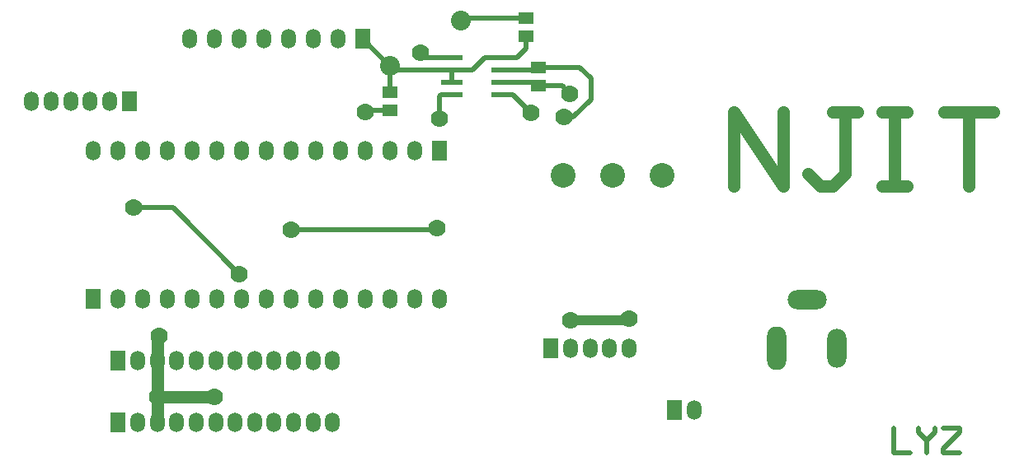
<source format=gtl>
%FSLAX44Y44*%
%MOMM*%
G71*
G01*
G75*
G04 Layer_Physical_Order=1*
G04 Layer_Color=255*
%ADD10R,2.2000X0.6000*%
%ADD11R,2.2000X0.6000*%
%ADD12R,1.5000X1.3000*%
%ADD13C,1.2700*%
%ADD14C,0.5080*%
%ADD15C,1.0160*%
%ADD16C,2.0320*%
%ADD17C,2.5400*%
%ADD18R,1.5000X2.0320*%
%ADD19O,1.5000X2.0320*%
%ADD20O,2.0000X4.5000*%
%ADD21O,2.0000X4.0000*%
%ADD22O,4.0000X2.0000*%
%ADD23C,1.5000*%
%ADD24C,1.5000*%
%ADD25C,1.7780*%
D10*
X342300Y361950D02*
D03*
D11*
X394300Y323850D02*
D03*
Y336550D02*
D03*
Y349250D02*
D03*
Y361950D02*
D03*
X342300Y323850D02*
D03*
Y336550D02*
D03*
Y349250D02*
D03*
D12*
X431800Y352400D02*
D03*
Y333400D02*
D03*
X279400Y327000D02*
D03*
Y308000D02*
D03*
X419100Y384200D02*
D03*
Y403200D02*
D03*
D13*
X40640Y-12060D02*
Y76200D01*
X40386Y13716D02*
X98552D01*
X631952Y230124D02*
Y306299D01*
X682736Y230124D01*
Y306299D01*
X758911D02*
X733519D01*
X746215D01*
Y242820D01*
X733519Y230124D01*
X720823D01*
X708127Y242820D01*
X784303Y306299D02*
X809695D01*
X796999D01*
Y230124D01*
X784303D01*
X809695D01*
X847782Y306299D02*
X898566D01*
X873174D01*
Y230124D01*
D14*
X56134Y208280D02*
X124460Y139954D01*
X16002Y208280D02*
X56134D01*
X354940Y403200D02*
X419100D01*
X177800Y185420D02*
X326390D01*
X255286Y308000D02*
X279400D01*
X405517Y323850D02*
X423809Y305558D01*
X394300Y323850D02*
X405517D01*
X431484Y352170D02*
X473964D01*
X457526Y301152D02*
X466919D01*
X485277Y319510D01*
Y340856D01*
X473964Y352170D02*
X485277Y340856D01*
X455590Y333400D02*
X463717Y325273D01*
X431800Y333400D02*
X455590D01*
X250800Y381500D02*
X279023Y353276D01*
X279023Y327377D02*
Y353276D01*
X283050Y349250D01*
X376088Y361950D02*
X409314D01*
X283050Y349250D02*
X363388D01*
X419002Y371638D02*
Y383988D01*
X409314Y361950D02*
X419002Y371638D01*
X394300Y336550D02*
X430355D01*
X394300Y349250D02*
X431448D01*
X330200Y299793D02*
Y322931D01*
X331119Y323850D01*
X342300D01*
X315416Y361950D02*
X342300D01*
X363388Y349250D02*
X376088Y361950D01*
X342300Y336550D02*
Y349250D01*
X796290Y-18296D02*
Y-43688D01*
X813218D01*
X821682Y-18296D02*
Y-22528D01*
X830146Y-30992D01*
X838610Y-22528D01*
Y-18296D01*
X830146Y-30992D02*
Y-43688D01*
X847074Y-18296D02*
X864001D01*
Y-22528D01*
X847074Y-39456D01*
Y-43688D01*
X864001D01*
D15*
X464500Y92390D02*
X522920D01*
D16*
X351790Y400050D02*
D03*
X278853Y353447D02*
D03*
D17*
X508000Y241300D02*
D03*
X457200D02*
D03*
X558800D02*
D03*
D18*
X571500Y0D02*
D03*
X-25400Y114300D02*
D03*
X330200Y266700D02*
D03*
X0Y-12700D02*
D03*
Y50800D02*
D03*
X444500Y63500D02*
D03*
X11100Y317500D02*
D03*
X250800Y381500D02*
D03*
D19*
X591500Y0D02*
D03*
X330200Y114300D02*
D03*
X304800D02*
D03*
X279400D02*
D03*
X254000D02*
D03*
X228600D02*
D03*
X203200D02*
D03*
X177800D02*
D03*
X152400D02*
D03*
X127000D02*
D03*
X101600D02*
D03*
X76200D02*
D03*
X50800D02*
D03*
X25400D02*
D03*
X0D02*
D03*
X-25400Y266700D02*
D03*
X0D02*
D03*
X25400D02*
D03*
X50800D02*
D03*
X76200D02*
D03*
X101600D02*
D03*
X127000D02*
D03*
X152400D02*
D03*
X177800D02*
D03*
X203200D02*
D03*
X228600D02*
D03*
X254000D02*
D03*
X279400D02*
D03*
X304800D02*
D03*
X220000Y-12700D02*
D03*
X200000D02*
D03*
X180000D02*
D03*
X160000D02*
D03*
X140000D02*
D03*
X120000D02*
D03*
X100000D02*
D03*
X80000D02*
D03*
X60000D02*
D03*
X40000D02*
D03*
X20000D02*
D03*
X220000Y50800D02*
D03*
X200000D02*
D03*
X180000D02*
D03*
X160000D02*
D03*
X140000D02*
D03*
X120000D02*
D03*
X100000D02*
D03*
X80000D02*
D03*
X60000D02*
D03*
X40000D02*
D03*
X20000D02*
D03*
X524500Y63500D02*
D03*
X504500D02*
D03*
X484500D02*
D03*
X464500D02*
D03*
X-8900Y317500D02*
D03*
X-28900D02*
D03*
X-48900D02*
D03*
X-68900D02*
D03*
X-88900D02*
D03*
X225400Y381500D02*
D03*
X200000D02*
D03*
X174600D02*
D03*
X149200D02*
D03*
X123800D02*
D03*
X98400D02*
D03*
X73000D02*
D03*
D20*
X675800Y63500D02*
D03*
D21*
X737800D02*
D03*
D22*
X707800Y113500D02*
D03*
D23*
X675800Y51000D02*
D03*
Y76000D02*
D03*
D24*
X737800Y73500D02*
D03*
Y53500D02*
D03*
X697800Y113500D02*
D03*
X717800D02*
D03*
D25*
X98552Y13716D02*
D03*
X40386D02*
D03*
X124460Y139954D02*
D03*
X16002Y208280D02*
D03*
X41910Y76200D02*
D03*
X524500Y93970D02*
D03*
X464500Y92390D02*
D03*
X327660Y186690D02*
D03*
X177800Y185420D02*
D03*
X253642Y306516D02*
D03*
X423809Y305558D02*
D03*
X457526Y301152D02*
D03*
X463717Y325273D02*
D03*
X330200Y299793D02*
D03*
X310723Y367285D02*
D03*
M02*

</source>
